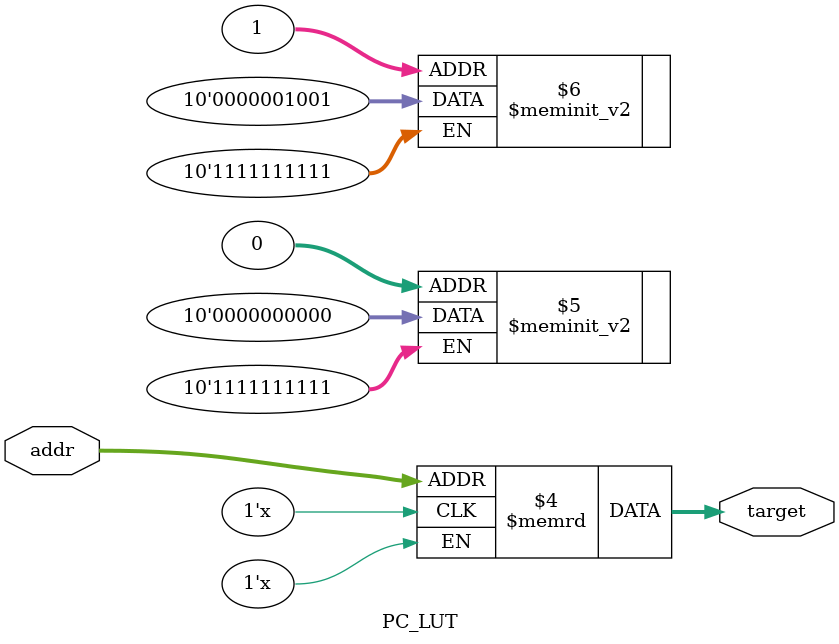
<source format=sv>
module PC_LUT #(parameter D=10)(
  input       [3:0] addr,	   
  output logic [D-1:0] target);

  logic [D-1:0] lut [0:15];

  initial begin
    lut[0] = 0;
    lut[1] = 9;
  end

  always_comb begin
    target = lut[addr];
  end

endmodule

/*

	   pc = 4    0000_0000_0100	  4
	             1111_1111_1111	 -1

                 0000_0000_0011   3

				 (a+b)%(2**12)


   	  1111_1111_1011      -5
      0000_0001_0100     +20
	  1111_1111_1111      -1
	  0000_0000_0000     + 0


  */

</source>
